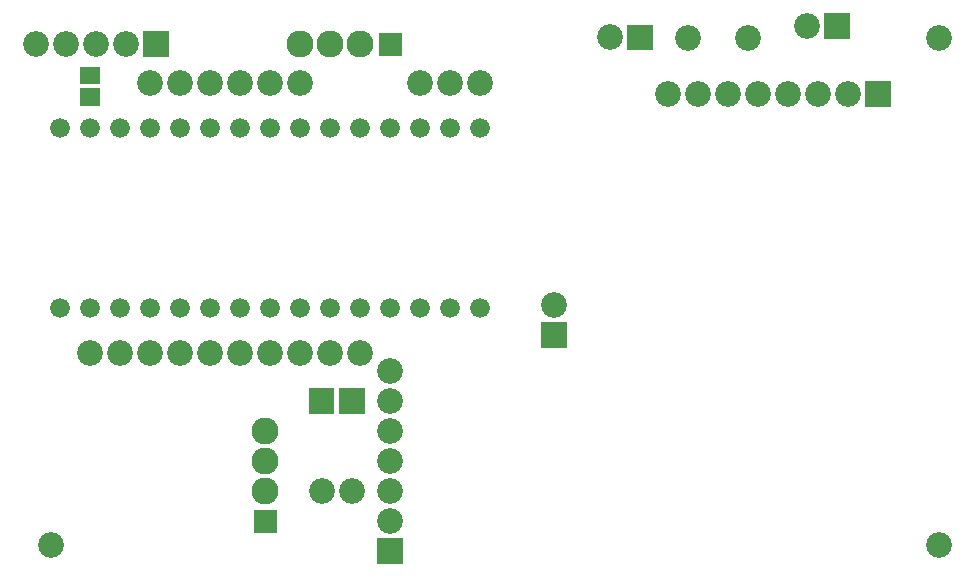
<source format=gbs>
G04 start of page 2 for group 9 layer_idx 9 *
G04 Title: (unknown), bottom_mask *
G04 Creator: pcb-rnd 3.1.0-dev *
G04 CreationDate: 2023-02-07 00:46:02 UTC *
G04 For: esh *
G04 Format: Gerber/RS-274X *
G04 PCB-Dimensions: 322000 195000 *
G04 PCB-Coordinate-Origin: lower left *
%MOIN*%
%FSLAX25Y25*%
%LNBOTTOM_MASK_NONE_9*%
%ADD51C,0.0660*%
%ADD50C,0.0001*%
%ADD49C,0.0900*%
%ADD48C,0.0860*%
G54D48*X56000Y167000D03*
X46000D03*
X66000D03*
X76000D03*
X96000D03*
X136000D03*
G54D49*X96000Y180000D03*
X106000D03*
G54D50*G36*
X129800Y183800D02*X122200D01*
Y176200D01*
X129800D01*
Y183800D01*
G37*
G54D49*X116000Y180000D03*
G54D48*X146000Y167000D03*
X156000D03*
X86000D03*
G54D51*X96000Y152000D03*
X106000D03*
X86000D03*
X116000D03*
X126000D03*
X136000D03*
X156000D03*
X146000D03*
G54D50*G36*
X29252Y166684D02*Y172402D01*
X22748D01*
Y166684D01*
X29252D01*
G37*
G36*
Y159598D02*Y165316D01*
X22748D01*
Y159598D01*
X29252D01*
G37*
G54D51*X36000Y152000D03*
X46000D03*
X16000D03*
X26000D03*
X56000D03*
X66000D03*
X76000D03*
G54D50*G36*
X52300Y184300D02*Y175700D01*
X43700D01*
Y184300D01*
X52300D01*
G37*
G54D48*X38000Y180000D03*
X28000D03*
X18000D03*
X8000D03*
X13000Y13000D03*
X66000Y77000D03*
X56000D03*
X46000D03*
X36000D03*
X26000D03*
X76000D03*
X96000D03*
X86000D03*
X116000D03*
X106000D03*
G54D51*X126000Y92000D03*
X116000D03*
X156000D03*
X146000D03*
X136000D03*
G54D50*G36*
X184800Y78700D02*X176200D01*
Y87300D01*
X184800D01*
Y78700D01*
G37*
G54D48*X180500Y93000D03*
X126000Y71000D03*
G54D51*X106000Y92000D03*
X96000D03*
X86000D03*
X46000D03*
X36000D03*
X26000D03*
X16000D03*
X76000D03*
X66000D03*
X56000D03*
G54D49*X84457Y51000D03*
Y41000D03*
Y31000D03*
G54D50*G36*
X107450Y65442D02*Y56842D01*
X98850D01*
Y65442D01*
X107450D01*
G37*
G36*
X117686D02*Y56842D01*
X109086D01*
Y65442D01*
X117686D01*
G37*
G54D48*X126000Y51000D03*
Y61000D03*
X103150Y31142D03*
X113386D03*
X126000Y31000D03*
Y41000D03*
G54D50*G36*
X80657Y24800D02*Y17200D01*
X88257D01*
Y24800D01*
X80657D01*
G37*
G36*
X130300Y6700D02*X121700D01*
Y15300D01*
X130300D01*
Y6700D01*
G37*
G54D48*X126000Y21000D03*
X225200Y182100D03*
X218567Y163543D03*
X245200Y182100D03*
X238567Y163543D03*
X228567D03*
G54D50*G36*
X213600Y178000D02*X205000D01*
Y186600D01*
X213600D01*
Y178000D01*
G37*
G54D48*X199300Y182300D03*
G54D50*G36*
X279300Y190300D02*Y181700D01*
X270700D01*
Y190300D01*
X279300D01*
G37*
G54D48*X265000Y186000D03*
X278567Y163543D03*
X268567D03*
X309000Y182000D03*
G54D50*G36*
X292867Y167843D02*Y159243D01*
X284267D01*
Y167843D01*
X292867D01*
G37*
G54D48*X258567Y163543D03*
X248567D03*
X309000Y13000D03*
M02*

</source>
